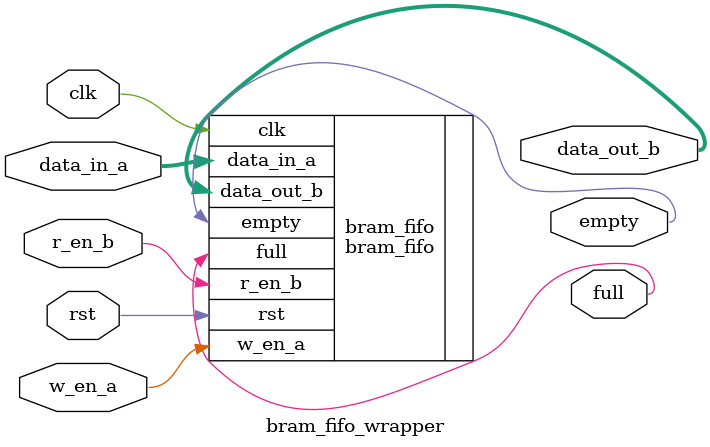
<source format=v>
module bram_fifo_wrapper #(
    parameter DATAW = 32,
    parameter ADDRW = 32,
    parameter DEPTH = 1024,
    parameter ADDR_LEN = 10
) (
    input wire clk, rst,
    input wire [DATAW-1:0] data_in_a,
    input wire w_en_a,
    input wire r_en_b,
    output wire [DATAW-1:0] data_out_b,
    output wire full,
    output wire empty
);
    bram_fifo #(
        .DATAW(DATAW),
        .ADDRW(ADDRW),
        .DEPTH(DEPTH),
        .ADDR_LEN(ADDR_LEN)
    ) bram_fifo (
        .clk(clk),
        .rst(rst),
        .data_in_a(data_in_a),
        .w_en_a(w_en_a),
        .r_en_b(r_en_b),
        .data_out_b(data_out_b),
        .full(full),
        .empty(empty)
    );

endmodule
</source>
